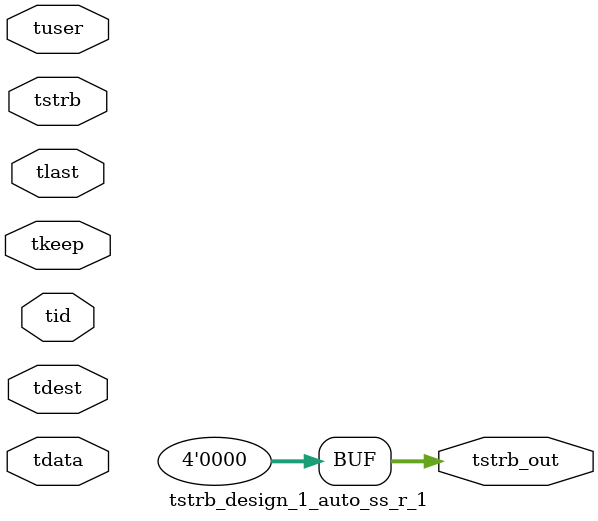
<source format=v>


`timescale 1ps/1ps

module tstrb_design_1_auto_ss_r_1 #
(
parameter C_S_AXIS_TDATA_WIDTH = 32,
parameter C_S_AXIS_TUSER_WIDTH = 0,
parameter C_S_AXIS_TID_WIDTH   = 0,
parameter C_S_AXIS_TDEST_WIDTH = 0,
parameter C_M_AXIS_TDATA_WIDTH = 32
)
(
input  [(C_S_AXIS_TDATA_WIDTH == 0 ? 1 : C_S_AXIS_TDATA_WIDTH)-1:0     ] tdata,
input  [(C_S_AXIS_TUSER_WIDTH == 0 ? 1 : C_S_AXIS_TUSER_WIDTH)-1:0     ] tuser,
input  [(C_S_AXIS_TID_WIDTH   == 0 ? 1 : C_S_AXIS_TID_WIDTH)-1:0       ] tid,
input  [(C_S_AXIS_TDEST_WIDTH == 0 ? 1 : C_S_AXIS_TDEST_WIDTH)-1:0     ] tdest,
input  [(C_S_AXIS_TDATA_WIDTH/8)-1:0 ] tkeep,
input  [(C_S_AXIS_TDATA_WIDTH/8)-1:0 ] tstrb,
input                                                                    tlast,
output [(C_M_AXIS_TDATA_WIDTH/8)-1:0 ] tstrb_out
);

assign tstrb_out = {1'b0};

endmodule


</source>
